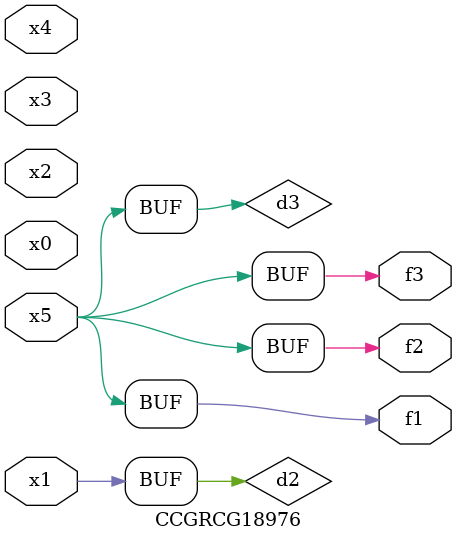
<source format=v>
module CCGRCG18976(
	input x0, x1, x2, x3, x4, x5,
	output f1, f2, f3
);

	wire d1, d2, d3;

	not (d1, x5);
	or (d2, x1);
	xnor (d3, d1);
	assign f1 = d3;
	assign f2 = d3;
	assign f3 = d3;
endmodule

</source>
